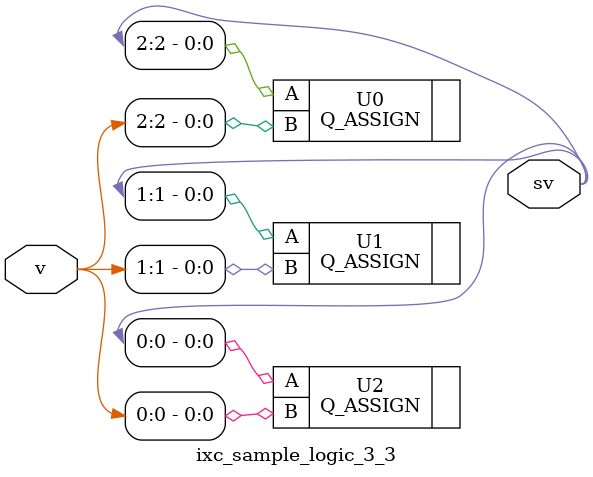
<source format=v>

`ifndef _2_                      
`ifdef CBV                      
`define _2_                      
`else                      
`define _2_ (* _2_state_ *)                      
`endif                      
`endif
(* upf_always_on = 1 *) 
module ixc_sample_logic_3_3 ( sv, v);
// pragma CVASTRPROP MODULE HDLICE HDL_MODULE_ATTRIBUTE "0 vlog"
output [2:0] sv;
input [2:0] v;
wire doSample;
wire [2:0] _zzsv;
Q_ASSIGN U0 ( .B(v[2]), .A(sv[2]));
Q_ASSIGN U1 ( .B(v[1]), .A(sv[1]));
Q_ASSIGN U2 ( .B(v[0]), .A(sv[0]));
// pragma CVASTRPROP MODULE HDLICE HDL_TEMPLATE "ixc_sample_logic"
// pragma CVASTRPROP MODULE HDLICE HDL_TEMPLATE_LIB "IXCOM_TEMP_LIBRARY"
// pragma CVASTRPROP MODULE HDLICE PROP_IXCOM_MOD TRUE
endmodule

</source>
